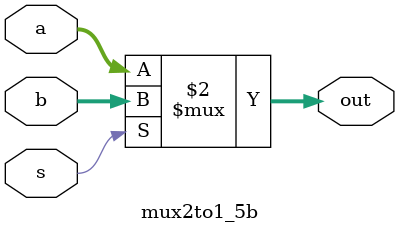
<source format=v>
`timescale 1ns / 1ps
module mux2to1_5b(input [4:0] a, input [4:0] b, input s, output [4:0] out
    );

assign out = (s == 1'b0)? a : b;
endmodule

</source>
